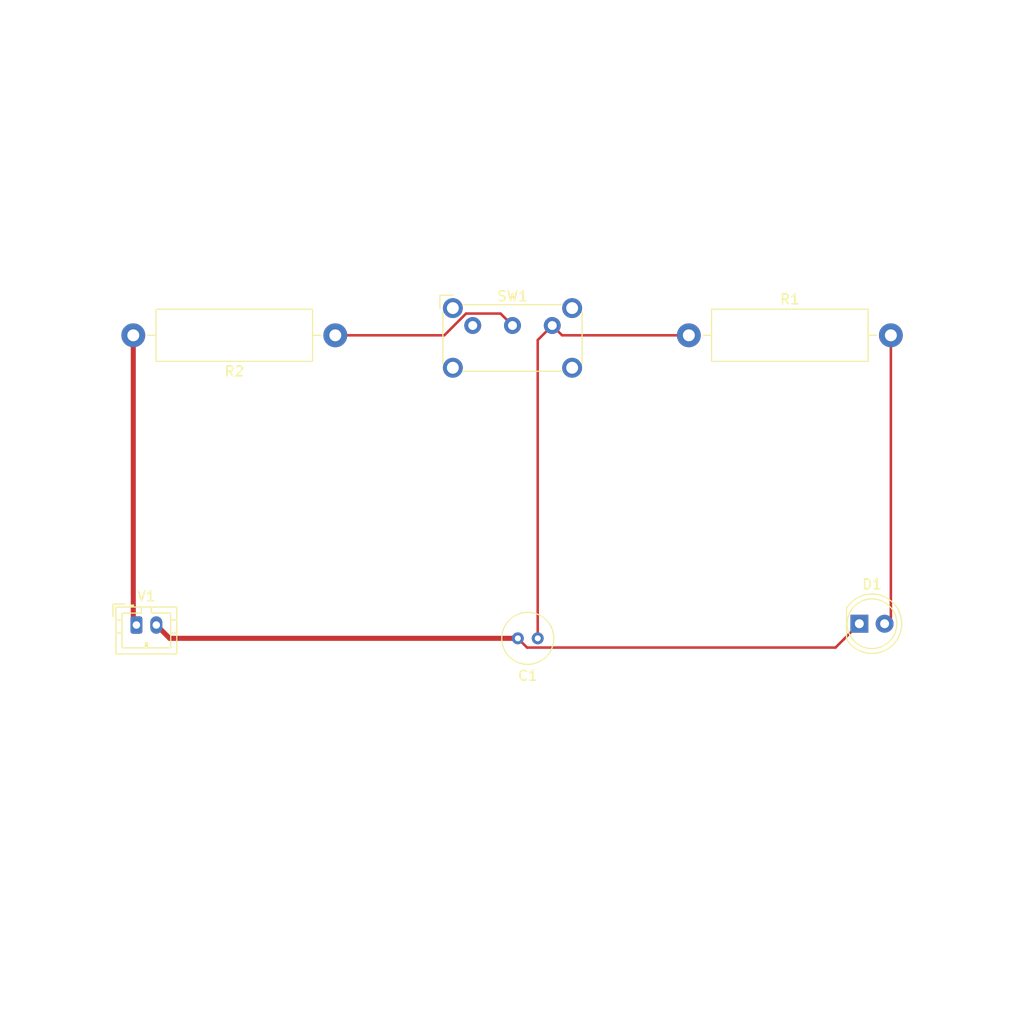
<source format=kicad_pcb>
(kicad_pcb (version 20211014) (generator pcbnew)
  (layers (0 "F.Cu" signal) (31 "B.Cu" signal) (34 "B.Paste" user) (35 "F.Paste" user) (36 "B.SilkS" user "B.Silkscreen") (37 "F.SilkS" user "F.Silkscreen") (38 "B.Mask" user) (39 "F.Mask" user) (44 "Edge.Cuts" user))
  (net 0 "")
  (net 1 "Net-(C1-Pad1)")
  (net 2 "Net-(C1-Pad2)")
  (net 3 "Net-(D1-Pad2)")
  (net 4 "Net-(R2-Pad1)")
  (net 5 "Net-(R2-Pad2)")
  (footprint "Button_Switch_THT:SW_E-Switch_EG1224_SPDT_Angled" (layer "F.Cu") (at 150.9825 80.295)
    (fp_text reference "SW1" (at 4 -2.95) (layer "F.SilkS"))
    (fp_text value "SW_SPDT")
    (fp_line (start 8.95 4.6) (end -0.95 4.6) (layer "F.SilkS") (width 0.12))
    (fp_line (start 11 -1.35) (end 11 3.85) (layer "F.SilkS") (width 0.12))
    (fp_line (start -3.3 -3.05) (end -2 -3.05) (layer "F.SilkS") (width 0.12))
    (fp_line (start -0.95 -2.1) (end 8.95 -2.1) (layer "F.SilkS") (width 0.12))
    (fp_line (start -3 3.85) (end -3 -1.35) (layer "F.SilkS") (width 0.12))
    (fp_line (start -3.3 -1.75) (end -3.3 -3.05) (layer "F.SilkS") (width 0.12))
    (pad "" thru_hole circle (at -2 4.25) (size 2 2) (drill 1.2) (layers *.Cu *.Mask))
    (pad "" thru_hole circle (at -2 -1.75) (size 2 2) (drill 1.2) (layers *.Cu *.Mask))
    (pad "" thru_hole circle (at 10 4.25) (size 2 2) (drill 1.2) (layers *.Cu *.Mask))
    (pad "" thru_hole circle (at 10 -1.75) (size 2 2) (drill 1.2) (layers *.Cu *.Mask))
    (pad "1" thru_hole circle (at 0 0) (size 1.7 1.7) (drill 0.9) (layers *.Cu *.Mask))
    (pad "2" thru_hole circle (at 4 0) (size 1.7 1.7) (drill 0.9) (layers *.Cu *.Mask) (net 4 "Net-(R2-Pad1)"))
    (pad "3" thru_hole circle (at 8 0) (size 1.7 1.7) (drill 0.9) (layers *.Cu *.Mask) (net 1 "Net-(C1-Pad1)"))
  )
  (footprint "Capacitor_THT:C_Radial_D5.0mm_H5.0mm_P2.00mm" (layer "F.Cu") (at 157.52 111.76 180)
    (fp_text reference "C1" (at 1 -3.75) (layer "F.SilkS"))
    (fp_text value "4.7uF")
    (fp_circle (center 1 0) (end 3.62 0) (layer "F.SilkS") (width 0.12) (fill none))
    (pad "1" thru_hole circle (at 0 0 180) (size 1.2 1.2) (drill 0.6) (layers *.Cu *.Mask) (net 1 "Net-(C1-Pad1)"))
    (pad "2" thru_hole circle (at 2 0 180) (size 1.2 1.2) (drill 0.6) (layers *.Cu *.Mask) (net 2 "Net-(C1-Pad2)"))
  )
  (footprint "Resistor_THT:R_Axial_DIN0516_L15.5mm_D5.0mm_P20.32mm_Horizontal" (layer "F.Cu") (at 172.72 81.28)
    (fp_text reference "R1" (at 10.16 -3.62) (layer "F.SilkS"))
    (fp_text value "20kΩ")
    (fp_line (start 1.44 0) (end 2.29 0) (layer "F.SilkS") (width 0.12))
    (fp_line (start 2.29 2.62) (end 18.03 2.62) (layer "F.SilkS") (width 0.12))
    (fp_line (start 18.03 2.62) (end 18.03 -2.62) (layer "F.SilkS") (width 0.12))
    (fp_line (start 2.29 -2.62) (end 2.29 2.62) (layer "F.SilkS") (width 0.12))
    (fp_line (start 18.88 0) (end 18.03 0) (layer "F.SilkS") (width 0.12))
    (fp_line (start 18.03 -2.62) (end 2.29 -2.62) (layer "F.SilkS") (width 0.12))
    (pad "1" thru_hole circle (at 0 0) (size 2.4 2.4) (drill 1.2) (layers *.Cu *.Mask) (net 1 "Net-(C1-Pad1)"))
    (pad "2" thru_hole oval (at 20.32 0) (size 2.4 2.4) (drill 1.2) (layers *.Cu *.Mask) (net 3 "Net-(D1-Pad2)"))
  )
  (footprint "Connector_JST:JST_PH_B2B-PH-K_1x02_P2.00mm_Vertical" (layer "F.Cu") (at 117.155 110.42)
    (fp_text reference "V1" (at 1 -2.9) (layer "F.SilkS"))
    (fp_text value "Conn_01x02_Male")
    (fp_line (start 0.9 1.8) (end 1.1 1.8) (layer "F.SilkS") (width 0.12))
    (fp_line (start -1.11 -2.11) (end -2.36 -2.11) (layer "F.SilkS") (width 0.12))
    (fp_line (start 0.5 -1.2) (end -1.45 -1.2) (layer "F.SilkS") (width 0.12))
    (fp_line (start -0.3 -2.01) (end -0.6 -2.01) (layer "F.SilkS") (width 0.12))
    (fp_line (start 4.06 0.8) (end 3.45 0.8) (layer "F.SilkS") (width 0.12))
    (fp_line (start -2.06 -0.5) (end -1.45 -0.5) (layer "F.SilkS") (width 0.12))
    (fp_line (start 4.06 -0.5) (end 3.45 -0.5) (layer "F.SilkS") (width 0.12))
    (fp_line (start -0.6 -2.01) (end -0.6 -1.81) (layer "F.SilkS") (width 0.12))
    (fp_line (start -2.06 0.8) (end -1.45 0.8) (layer "F.SilkS") (width 0.12))
    (fp_line (start -2.06 -1.81) (end -2.06 2.91) (layer "F.SilkS") (width 0.12))
    (fp_line (start 0.5 -1.81) (end 0.5 -1.2) (layer "F.SilkS") (width 0.12))
    (fp_line (start 4.06 2.91) (end 4.06 -1.81) (layer "F.SilkS") (width 0.12))
    (fp_line (start 1 2.3) (end 1 1.8) (layer "F.SilkS") (width 0.12))
    (fp_line (start 0.9 2.3) (end 0.9 1.8) (layer "F.SilkS") (width 0.12))
    (fp_line (start 4.06 -1.81) (end -2.06 -1.81) (layer "F.SilkS") (width 0.12))
    (fp_line (start -1.45 -1.2) (end -1.45 2.3) (layer "F.SilkS") (width 0.12))
    (fp_line (start 1.1 1.8) (end 1.1 2.3) (layer "F.SilkS") (width 0.12))
    (fp_line (start 1.5 -1.2) (end 1.5 -1.81) (layer "F.SilkS") (width 0.12))
    (fp_line (start -0.3 -1.81) (end -0.3 -2.01) (layer "F.SilkS") (width 0.12))
    (fp_line (start -1.45 2.3) (end 3.45 2.3) (layer "F.SilkS") (width 0.12))
    (fp_line (start -0.3 -1.91) (end -0.6 -1.91) (layer "F.SilkS") (width 0.12))
    (fp_line (start -2.36 -2.11) (end -2.36 -0.86) (layer "F.SilkS") (width 0.12))
    (fp_line (start -2.06 2.91) (end 4.06 2.91) (layer "F.SilkS") (width 0.12))
    (fp_line (start 3.45 -1.2) (end 1.5 -1.2) (layer "F.SilkS") (width 0.12))
    (fp_line (start 3.45 2.3) (end 3.45 -1.2) (layer "F.SilkS") (width 0.12))
    (pad "1" thru_hole roundrect (at 0 0) (size 1.2 1.75) (drill 0.75) (layers *.Cu *.Mask) (roundrect_rratio 0.208333) (net 5 "Net-(R2-Pad2)"))
    (pad "2" thru_hole oval (at 2 0) (size 1.2 1.75) (drill 0.75) (layers *.Cu *.Mask) (net 2 "Net-(C1-Pad2)"))
  )
  (footprint "Resistor_THT:R_Axial_DIN0516_L15.5mm_D5.0mm_P20.32mm_Horizontal" (layer "F.Cu") (at 137.16 81.28 180)
    (fp_text reference "R2" (at 10.16 -3.62) (layer "F.SilkS"))
    (fp_text value "2.2kΩ")
    (fp_line (start 18.03 2.62) (end 18.03 -2.62) (layer "F.SilkS") (width 0.12))
    (fp_line (start 2.29 2.62) (end 18.03 2.62) (layer "F.SilkS") (width 0.12))
    (fp_line (start 18.88 0) (end 18.03 0) (layer "F.SilkS") (width 0.12))
    (fp_line (start 1.44 0) (end 2.29 0) (layer "F.SilkS") (width 0.12))
    (fp_line (start 2.29 -2.62) (end 2.29 2.62) (layer "F.SilkS") (width 0.12))
    (fp_line (start 18.03 -2.62) (end 2.29 -2.62) (layer "F.SilkS") (width 0.12))
    (pad "1" thru_hole circle (at 0 0 180) (size 2.4 2.4) (drill 1.2) (layers *.Cu *.Mask) (net 4 "Net-(R2-Pad1)"))
    (pad "2" thru_hole oval (at 20.32 0 180) (size 2.4 2.4) (drill 1.2) (layers *.Cu *.Mask) (net 5 "Net-(R2-Pad2)"))
  )
  (footprint "LED_THT:LED_D5.0mm" (layer "F.Cu") (at 189.87 110.290306)
    (fp_text reference "D1" (at 1.27 -3.96) (layer "F.SilkS"))
    (fp_text value "LED")
    (fp_line (start -1.29 -1.545) (end -1.29 1.545) (layer "F.SilkS") (width 0.12))
    (fp_arc (start 4.26 -0.000462) (mid 2.072002 2.880433) (end -1.29 1.54483) (layer "F.SilkS") (width 0.12))
    (fp_arc (start -1.29 -1.54483) (mid 2.072002 -2.880433) (end 4.26 0.000462) (layer "F.SilkS") (width 0.12))
    (fp_circle (center 1.27 0) (end 3.77 0) (layer "F.SilkS") (width 0.12) (fill none))
    (pad "1" thru_hole rect (at 0 0) (size 1.8 1.8) (drill 0.9) (layers *.Cu *.Mask) (net 2 "Net-(C1-Pad2)"))
    (pad "2" thru_hole circle (at 2.54 0) (size 1.8 1.8) (drill 0.9) (layers *.Cu *.Mask) (net 3 "Net-(D1-Pad2)"))
  )
  (segment (start 157.52 81.7575) (end 157.52 111.76) (width 0.254) (layer "F.Cu") (net 1))
  (segment (start 172.72 81.28) (end 159.9675 81.28) (width 0.254) (layer "F.Cu") (net 1))
  (segment (start 159.9675 81.28) (end 158.9825 80.295) (width 0.254) (layer "F.Cu") (net 1))
  (segment (start 158.9825 80.295) (end 157.52 81.7575) (width 0.254) (layer "F.Cu") (net 1))
  (segment (start 189.87 110.290306) (end 187.473306 112.687) (width 0.254) (layer "F.Cu") (net 2))
  (segment (start 120.495 111.76) (end 119.155 110.42) (width 0.508) (layer "F.Cu") (net 2))
  (segment (start 156.447 112.687) (end 155.52 111.76) (width 0.254) (layer "F.Cu") (net 2))
  (segment (start 187.473306 112.687) (end 156.447 112.687) (width 0.254) (layer "F.Cu") (net 2))
  (segment (start 155.52 111.76) (end 120.495 111.76) (width 0.508) (layer "F.Cu") (net 2))
  (segment (start 193.04 109.660306) (end 192.41 110.290306) (width 0.254) (layer "F.Cu") (net 3))
  (segment (start 193.04 81.28) (end 193.04 109.660306) (width 0.254) (layer "F.Cu") (net 3))
  (segment (start 153.782162 79.094662) (end 150.3095 79.094662) (width 0.254) (layer "F.Cu") (net 4))
  (segment (start 148.124162 81.28) (end 137.16 81.28) (width 0.254) (layer "F.Cu") (net 4))
  (segment (start 154.9825 80.295) (end 153.782162 79.094662) (width 0.254) (layer "F.Cu") (net 4))
  (segment (start 150.3095 79.094662) (end 148.124162 81.28) (width 0.254) (layer "F.Cu") (net 4))
  (segment (start 116.84 81.28) (end 116.84 110.105) (width 0.508) (layer "F.Cu") (net 5))
  (segment (start 116.84 110.105) (end 117.155 110.42) (width 0.508) (layer "F.Cu") (net 5))
)
</source>
